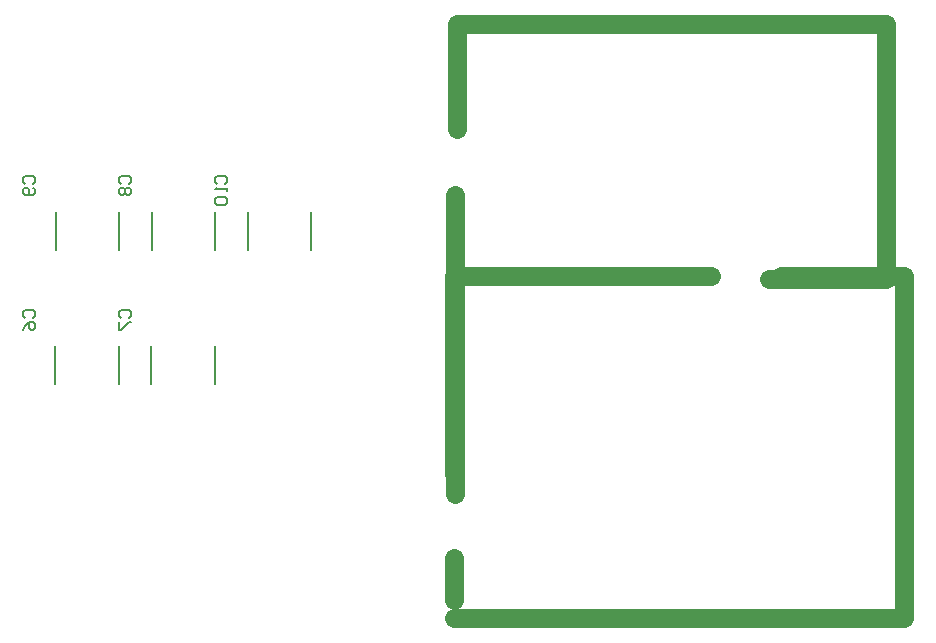
<source format=gbo>
G04*
G04 #@! TF.GenerationSoftware,Altium Limited,Altium Designer,18.1.9 (240)*
G04*
G04 Layer_Color=32896*
%FSLAX44Y44*%
%MOMM*%
G71*
G01*
G75*
%ADD41C,1.6000*%
%ADD47C,0.1270*%
%ADD50C,0.2000*%
D41*
X585470Y293370D02*
X375920Y293370D01*
X370840Y506730D02*
Y440690D01*
Y506730D02*
X734060D01*
Y290830D01*
X635000Y290830D02*
X734060D01*
X370840Y417830D02*
Y457200D01*
X368810Y109220D02*
X368810Y361950D01*
X368050Y19072D02*
Y54610D01*
X645160Y293370D02*
X749300D01*
X370840D02*
X563880D01*
X368300Y125730D02*
Y293370D01*
X749300Y3810D02*
Y293370D01*
X368300Y3810D02*
X749300D01*
D47*
X111871Y315930D02*
Y348130D01*
X165871Y315930D02*
Y348130D01*
X30591Y315930D02*
Y348130D01*
X84591Y315930D02*
Y348130D01*
X193241Y315930D02*
Y348130D01*
X247241Y315930D02*
Y348130D01*
X165781Y201780D02*
Y233980D01*
X111781Y201780D02*
Y233980D01*
X84501Y201780D02*
Y233980D01*
X30501Y201780D02*
Y233980D01*
D50*
X167691Y371796D02*
X166025Y373462D01*
Y376794D01*
X167691Y378460D01*
X174356D01*
X176022Y376794D01*
Y373462D01*
X174356Y371796D01*
X176022Y368463D02*
Y365131D01*
Y366797D01*
X166025D01*
X167691Y368463D01*
Y360133D02*
X166025Y358466D01*
Y355134D01*
X167691Y353468D01*
X174356D01*
X176022Y355134D01*
Y358466D01*
X174356Y360133D01*
X167691D01*
X5131Y371796D02*
X3465Y373462D01*
Y376794D01*
X5131Y378460D01*
X11796D01*
X13462Y376794D01*
Y373462D01*
X11796Y371796D01*
Y368463D02*
X13462Y366797D01*
Y363465D01*
X11796Y361799D01*
X5131D01*
X3465Y363465D01*
Y366797D01*
X5131Y368463D01*
X6798D01*
X8464Y366797D01*
Y361799D01*
X86411Y371796D02*
X84745Y373462D01*
Y376794D01*
X86411Y378460D01*
X93076D01*
X94742Y376794D01*
Y373462D01*
X93076Y371796D01*
X86411Y368463D02*
X84745Y366797D01*
Y363465D01*
X86411Y361799D01*
X88077D01*
X89744Y363465D01*
X91410Y361799D01*
X93076D01*
X94742Y363465D01*
Y366797D01*
X93076Y368463D01*
X91410D01*
X89744Y366797D01*
X88077Y368463D01*
X86411D01*
X89744Y366797D02*
Y363465D01*
X86411Y257750D02*
X84745Y259416D01*
Y262748D01*
X86411Y264414D01*
X93076D01*
X94742Y262748D01*
Y259416D01*
X93076Y257750D01*
X84745Y254417D02*
Y247753D01*
X86411D01*
X93076Y254417D01*
X94742D01*
X5131Y257750D02*
X3465Y259416D01*
Y262748D01*
X5131Y264414D01*
X11796D01*
X13462Y262748D01*
Y259416D01*
X11796Y257750D01*
X3465Y247753D02*
X5131Y251085D01*
X8464Y254417D01*
X11796D01*
X13462Y252751D01*
Y249419D01*
X11796Y247753D01*
X10130D01*
X8464Y249419D01*
Y254417D01*
M02*

</source>
